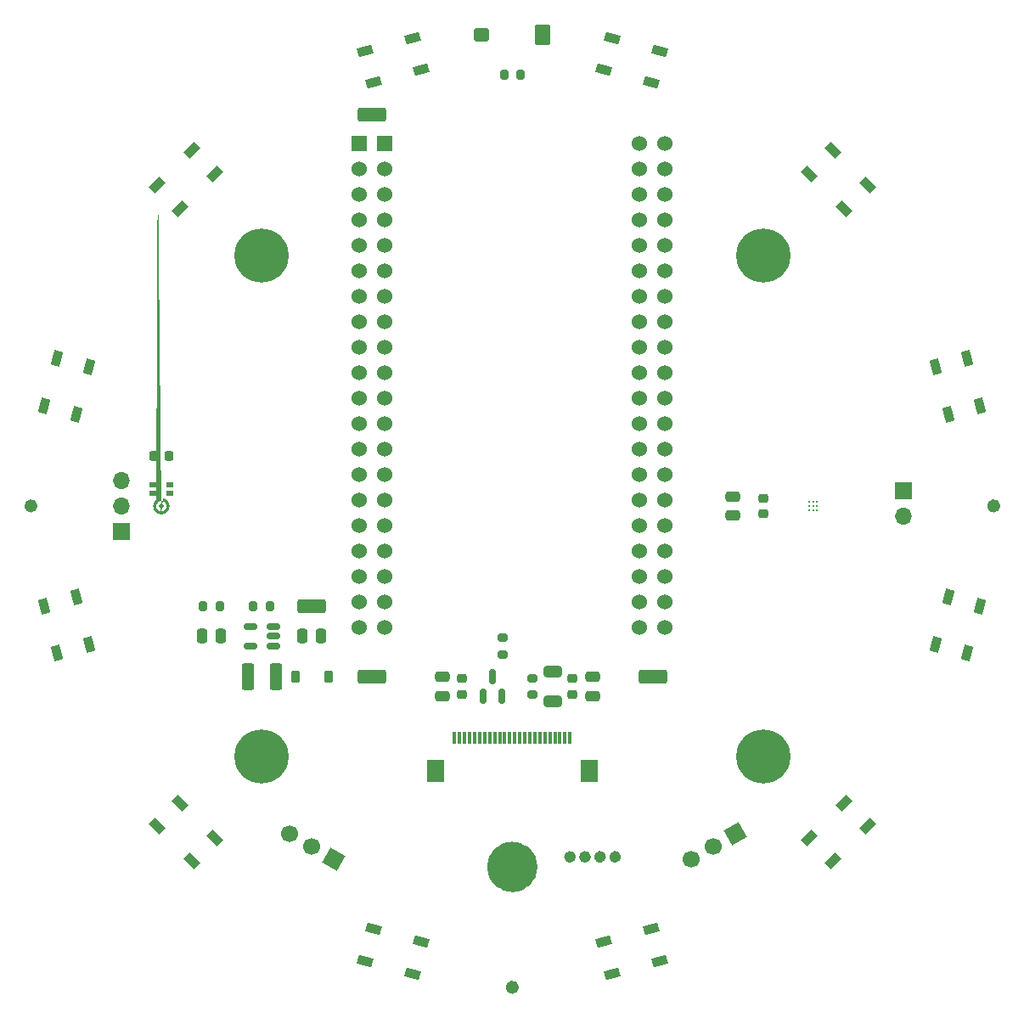
<source format=gbr>
G04 #@! TF.GenerationSoftware,KiCad,Pcbnew,7.0.4-40-g0180cb380f*
G04 #@! TF.CreationDate,2023-07-07T01:52:34-07:00*
G04 #@! TF.ProjectId,RobotOwl,526f626f-744f-4776-9c2e-6b696361645f,rev?*
G04 #@! TF.SameCoordinates,Original*
G04 #@! TF.FileFunction,Soldermask,Top*
G04 #@! TF.FilePolarity,Negative*
%FSLAX46Y46*%
G04 Gerber Fmt 4.6, Leading zero omitted, Abs format (unit mm)*
G04 Created by KiCad (PCBNEW 7.0.4-40-g0180cb380f) date 2023-07-07 01:52:34*
%MOMM*%
%LPD*%
G01*
G04 APERTURE LIST*
G04 Aperture macros list*
%AMRoundRect*
0 Rectangle with rounded corners*
0 $1 Rounding radius*
0 $2 $3 $4 $5 $6 $7 $8 $9 X,Y pos of 4 corners*
0 Add a 4 corners polygon primitive as box body*
4,1,4,$2,$3,$4,$5,$6,$7,$8,$9,$2,$3,0*
0 Add four circle primitives for the rounded corners*
1,1,$1+$1,$2,$3*
1,1,$1+$1,$4,$5*
1,1,$1+$1,$6,$7*
1,1,$1+$1,$8,$9*
0 Add four rect primitives between the rounded corners*
20,1,$1+$1,$2,$3,$4,$5,0*
20,1,$1+$1,$4,$5,$6,$7,0*
20,1,$1+$1,$6,$7,$8,$9,0*
20,1,$1+$1,$8,$9,$2,$3,0*%
%AMHorizOval*
0 Thick line with rounded ends*
0 $1 width*
0 $2 $3 position (X,Y) of the first rounded end (center of the circle)*
0 $4 $5 position (X,Y) of the second rounded end (center of the circle)*
0 Add line between two ends*
20,1,$1,$2,$3,$4,$5,0*
0 Add two circle primitives to create the rounded ends*
1,1,$1,$2,$3*
1,1,$1,$4,$5*%
%AMRotRect*
0 Rectangle, with rotation*
0 The origin of the aperture is its center*
0 $1 length*
0 $2 width*
0 $3 Rotation angle, in degrees counterclockwise*
0 Add horizontal line*
21,1,$1,$2,0,0,$3*%
%AMFreePoly0*
4,1,53,0.180798,1.454629,0.352531,1.394537,0.506585,1.297738,0.635238,1.169085,0.732037,1.015031,0.792129,0.843298,0.812500,0.662500,0.792129,0.481702,0.732037,0.309969,0.635238,0.155915,0.506585,0.027262,0.352531,-0.069537,0.180798,-0.129629,0.000000,-0.150000,-0.180798,-0.129629,-0.352531,-0.069537,-0.506585,0.027262,-0.635238,0.155915,-0.732037,0.309969,-0.792129,0.481702,
-0.812500,0.662500,-0.517770,0.662500,-0.496797,0.516627,-0.435576,0.382572,-0.339067,0.271196,-0.215089,0.191520,-0.073686,0.150000,0.073686,0.150000,0.215089,0.191520,0.339067,0.271196,0.435576,0.382572,0.496797,0.516627,0.517770,0.662500,0.496797,0.808373,0.435576,0.942428,0.339067,1.053804,0.215089,1.133480,0.073686,1.175000,-0.073686,1.175000,-0.215089,1.133480,
-0.339067,1.053804,-0.435576,0.942428,-0.496797,0.808373,-0.517770,0.662500,-0.812500,0.662500,-0.792129,0.843298,-0.732037,1.015031,-0.635238,1.169085,-0.506585,1.297738,-0.352531,1.394537,-0.180798,1.454629,0.000000,1.475000,0.180798,1.454629,0.180798,1.454629,$1*%
G04 Aperture macros list end*
%ADD10C,0.700000*%
%ADD11C,2.500000*%
%ADD12C,0.650000*%
%ADD13RotRect,1.500000X0.900000X75.000000*%
%ADD14RoundRect,0.200000X0.200000X0.275000X-0.200000X0.275000X-0.200000X-0.275000X0.200000X-0.275000X0*%
%ADD15RoundRect,0.250000X-0.375000X-1.075000X0.375000X-1.075000X0.375000X1.075000X-0.375000X1.075000X0*%
%ADD16RoundRect,0.250000X-1.175000X-0.450000X1.175000X-0.450000X1.175000X0.450000X-1.175000X0.450000X0*%
%ADD17RoundRect,0.200000X-0.275000X0.200000X-0.275000X-0.200000X0.275000X-0.200000X0.275000X0.200000X0*%
%ADD18RoundRect,0.250000X0.650000X-0.325000X0.650000X0.325000X-0.650000X0.325000X-0.650000X-0.325000X0*%
%ADD19RotRect,1.500000X0.900000X255.000000*%
%ADD20RoundRect,0.200000X-0.200000X-0.275000X0.200000X-0.275000X0.200000X0.275000X-0.200000X0.275000X0*%
%ADD21RoundRect,0.225000X0.225000X0.375000X-0.225000X0.375000X-0.225000X-0.375000X0.225000X-0.375000X0*%
%ADD22RotRect,1.700000X1.700000X300.000000*%
%ADD23HorizOval,1.700000X0.000000X0.000000X0.000000X0.000000X0*%
%ADD24RoundRect,0.250000X0.475000X-0.250000X0.475000X0.250000X-0.475000X0.250000X-0.475000X-0.250000X0*%
%ADD25RotRect,1.500000X0.900000X345.000000*%
%ADD26RoundRect,0.187500X-0.562500X-0.862500X0.562500X-0.862500X0.562500X0.862500X-0.562500X0.862500X0*%
%ADD27RoundRect,0.162500X-0.587500X-0.487500X0.587500X-0.487500X0.587500X0.487500X-0.587500X0.487500X0*%
%ADD28RoundRect,0.175000X-0.525000X-0.825000X0.525000X-0.825000X0.525000X0.825000X-0.525000X0.825000X0*%
%ADD29RoundRect,0.150000X-0.550000X-0.450000X0.550000X-0.450000X0.550000X0.450000X-0.550000X0.450000X0*%
%ADD30RotRect,1.700000X1.700000X240.000000*%
%ADD31HorizOval,1.700000X0.000000X0.000000X0.000000X0.000000X0*%
%ADD32RotRect,1.500000X0.900000X135.000000*%
%ADD33RotRect,1.500000X0.900000X15.000000*%
%ADD34R,1.524000X1.524000*%
%ADD35C,1.524000*%
%ADD36RoundRect,0.225000X0.225000X0.250000X-0.225000X0.250000X-0.225000X-0.250000X0.225000X-0.250000X0*%
%ADD37C,1.152000*%
%ADD38C,0.800000*%
%ADD39C,5.400000*%
%ADD40RotRect,1.500000X0.900000X45.000000*%
%ADD41RoundRect,0.150000X0.150000X-0.587500X0.150000X0.587500X-0.150000X0.587500X-0.150000X-0.587500X0*%
%ADD42RotRect,1.500000X0.900000X225.000000*%
%ADD43R,1.800000X2.200000*%
%ADD44R,0.300000X1.300000*%
%ADD45RotRect,1.500000X0.900000X195.000000*%
%ADD46RoundRect,0.150000X0.512500X0.150000X-0.512500X0.150000X-0.512500X-0.150000X0.512500X-0.150000X0*%
%ADD47RotRect,1.500000X0.900000X285.000000*%
%ADD48RoundRect,0.250000X0.250000X0.475000X-0.250000X0.475000X-0.250000X-0.475000X0.250000X-0.475000X0*%
%ADD49RoundRect,0.250000X-0.475000X0.250000X-0.475000X-0.250000X0.475000X-0.250000X0.475000X0.250000X0*%
%ADD50RoundRect,0.225000X-0.250000X0.225000X-0.250000X-0.225000X0.250000X-0.225000X0.250000X0.225000X0*%
%ADD51RotRect,1.500000X0.900000X105.000000*%
%ADD52C,0.250000*%
%ADD53RoundRect,0.225000X0.250000X-0.225000X0.250000X0.225000X-0.250000X0.225000X-0.250000X-0.225000X0*%
%ADD54RotRect,1.500000X0.900000X315.000000*%
%ADD55R,1.700000X1.700000*%
%ADD56O,1.700000X1.700000*%
%ADD57RotRect,1.500000X0.900000X165.000000*%
%ADD58RoundRect,0.200000X0.275000X-0.200000X0.275000X0.200000X-0.275000X0.200000X-0.275000X-0.200000X0*%
%ADD59C,0.500000*%
%ADD60R,0.725000X0.522000*%
%ADD61FreePoly0,0.000000*%
G04 APERTURE END LIST*
D10*
X156000000Y-135000000D02*
G75*
G03*
X156000000Y-135000000I-250000J0D01*
G01*
X157500000Y-135000000D02*
G75*
G03*
X157500000Y-135000000I-250000J0D01*
G01*
X159000000Y-135000000D02*
G75*
G03*
X159000000Y-135000000I-250000J0D01*
G01*
X160500000Y-135000000D02*
G75*
G03*
X160500000Y-135000000I-250000J0D01*
G01*
D11*
X151250000Y-136000000D02*
G75*
G03*
X151250000Y-136000000I-1250000J0D01*
G01*
D12*
X198325000Y-100000000D02*
G75*
G03*
X198325000Y-100000000I-325000J0D01*
G01*
X150325000Y-148000000D02*
G75*
G03*
X150325000Y-148000000I-325000J0D01*
G01*
X102325000Y-100000000D02*
G75*
G03*
X102325000Y-100000000I-325000J0D01*
G01*
D13*
X192205116Y-113845467D03*
X195392671Y-114699570D03*
X196660884Y-109966533D03*
X193473329Y-109112430D03*
D14*
X125825000Y-110000000D03*
X124175000Y-110000000D03*
X120825000Y-110000000D03*
X119175000Y-110000000D03*
D15*
X123600000Y-117000000D03*
X126400000Y-117000000D03*
D16*
X130000000Y-110000000D03*
D17*
X149000000Y-113175000D03*
X149000000Y-114825000D03*
D18*
X154000000Y-119475000D03*
X154000000Y-116525000D03*
D19*
X107794884Y-86154533D03*
X104607329Y-85300430D03*
X103339116Y-90033467D03*
X106526671Y-90887570D03*
D20*
X149175000Y-57000000D03*
X150825000Y-57000000D03*
D21*
X131650000Y-117000000D03*
X128350000Y-117000000D03*
D22*
X172199705Y-132730000D03*
D23*
X170000000Y-134000000D03*
X167800296Y-135270000D03*
D24*
X143000000Y-117050000D03*
X143000000Y-118950000D03*
D25*
X136154533Y-142205116D03*
X135300430Y-145392671D03*
X140033467Y-146660884D03*
X140887570Y-143473329D03*
D26*
X153050000Y-53000000D03*
D27*
X146950000Y-53000000D03*
D28*
X153050000Y-53000000D03*
D29*
X146950000Y-53000000D03*
D16*
X164000000Y-117000000D03*
D30*
X132199705Y-135270000D03*
D31*
X130000000Y-134000000D03*
X127800296Y-132730000D03*
D32*
X183092685Y-70372138D03*
X185426138Y-68038685D03*
X181961315Y-64573862D03*
X179627862Y-66907315D03*
D33*
X159112430Y-143473329D03*
X159966533Y-146660884D03*
X164699570Y-145392671D03*
X163845467Y-142205116D03*
D34*
X134760000Y-63902500D03*
X137300000Y-63902500D03*
D35*
X134760000Y-66442500D03*
X137300000Y-66442500D03*
X134760000Y-68982500D03*
X137300000Y-68982500D03*
X134760000Y-71522500D03*
X137300000Y-71522500D03*
X134760000Y-74062500D03*
X137300000Y-74062500D03*
X134760000Y-76602500D03*
X137300000Y-76602500D03*
X134760000Y-79142500D03*
X137300000Y-79142500D03*
X134760000Y-81682500D03*
X137300000Y-81682500D03*
X134760000Y-84222500D03*
X137300000Y-84222500D03*
X134760000Y-86762500D03*
X137300000Y-86762500D03*
X134760000Y-89302500D03*
X137300000Y-89302500D03*
X134760000Y-91842500D03*
X137300000Y-91842500D03*
X134760000Y-94382500D03*
X137300000Y-94382500D03*
X134760000Y-96922500D03*
X137300000Y-96922500D03*
X134760000Y-99462500D03*
X137300000Y-99462500D03*
X134760000Y-102002500D03*
X137300000Y-102002500D03*
X134760000Y-104542500D03*
X137300000Y-104542500D03*
X134760000Y-107082500D03*
X137300000Y-107082500D03*
X134760000Y-109622500D03*
X137300000Y-109622500D03*
X134760000Y-112162500D03*
X137300000Y-112162500D03*
X162700000Y-112162500D03*
X165240000Y-112162500D03*
X162700000Y-109622500D03*
X165240000Y-109622500D03*
X162700000Y-107082500D03*
X165240000Y-107082500D03*
X162700000Y-104542500D03*
X165240000Y-104542500D03*
X162700000Y-102002500D03*
X165240000Y-102002500D03*
X162700000Y-99462500D03*
X165240000Y-99462500D03*
X162700000Y-96922500D03*
X165240000Y-96922500D03*
X162700000Y-94382500D03*
X165240000Y-94382500D03*
X162700000Y-91842500D03*
X165240000Y-91842500D03*
X162700000Y-89302500D03*
X165240000Y-89302500D03*
X162700000Y-86762500D03*
X165240000Y-86762500D03*
X162700000Y-84222500D03*
X165240000Y-84222500D03*
X162700000Y-81682500D03*
X165240000Y-81682500D03*
X162700000Y-79142500D03*
X165240000Y-79142500D03*
X162700000Y-76602500D03*
X165240000Y-76602500D03*
X162700000Y-74062500D03*
X165240000Y-74062500D03*
X162700000Y-71522500D03*
X165240000Y-71522500D03*
X162700000Y-68982500D03*
X165240000Y-68982500D03*
X162700000Y-66442500D03*
X165240000Y-66442500D03*
X162700000Y-63902500D03*
X165240000Y-63902500D03*
D36*
X115775000Y-95000000D03*
X114225000Y-95000000D03*
D37*
X198000000Y-100000000D03*
D38*
X122975000Y-125000000D03*
X123568109Y-123568109D03*
X123568109Y-126431891D03*
X125000000Y-122975000D03*
D39*
X125000000Y-125000000D03*
D38*
X125000000Y-127025000D03*
X126431891Y-123568109D03*
X126431891Y-126431891D03*
X127025000Y-125000000D03*
D37*
X150000000Y-148000000D03*
D40*
X179627862Y-133092685D03*
X181961315Y-135426138D03*
X185426138Y-131961315D03*
X183092685Y-129627862D03*
D41*
X147050000Y-118937500D03*
X148950000Y-118937500D03*
X148000000Y-117062500D03*
D42*
X120372138Y-66907315D03*
X118038685Y-64573862D03*
X114573862Y-68038685D03*
X116907315Y-70372138D03*
D38*
X122975000Y-75000000D03*
X123568109Y-73568109D03*
X123568109Y-76431891D03*
X125000000Y-72975000D03*
D39*
X125000000Y-75000000D03*
D38*
X125000000Y-77025000D03*
X126431891Y-73568109D03*
X126431891Y-76431891D03*
X127025000Y-75000000D03*
D43*
X157650000Y-126400000D03*
X142350000Y-126400000D03*
D44*
X155750000Y-123150000D03*
X155250000Y-123150000D03*
X154750000Y-123150000D03*
X154250000Y-123150000D03*
X153750000Y-123150000D03*
X153250000Y-123150000D03*
X152750000Y-123150000D03*
X152250000Y-123150000D03*
X151750000Y-123150000D03*
X151250000Y-123150000D03*
X150750000Y-123150000D03*
X150250000Y-123150000D03*
X149750000Y-123150000D03*
X149250000Y-123150000D03*
X148750000Y-123150000D03*
X148250000Y-123150000D03*
X147750000Y-123150000D03*
X147250000Y-123150000D03*
X146750000Y-123150000D03*
X146250000Y-123150000D03*
X145750000Y-123150000D03*
X145250000Y-123150000D03*
X144750000Y-123150000D03*
X144250000Y-123150000D03*
D45*
X140887570Y-56526671D03*
X140033467Y-53339116D03*
X135300430Y-54607329D03*
X136154533Y-57794884D03*
D46*
X126137500Y-113950000D03*
X126137500Y-113000000D03*
X126137500Y-112050000D03*
X123862500Y-112050000D03*
X123862500Y-113950000D03*
D47*
X106526671Y-109112430D03*
X103339116Y-109966533D03*
X104607329Y-114699570D03*
X107794884Y-113845467D03*
D48*
X120950000Y-113000000D03*
X119050000Y-113000000D03*
D49*
X172000000Y-99050000D03*
X172000000Y-100950000D03*
D48*
X130950000Y-113000000D03*
X129050000Y-113000000D03*
D50*
X175000000Y-99225000D03*
X175000000Y-100775000D03*
D51*
X193473329Y-90887570D03*
X196660884Y-90033467D03*
X195392671Y-85300430D03*
X192205116Y-86154533D03*
D52*
X179600000Y-99600000D03*
X180000000Y-99600000D03*
X180400000Y-99600000D03*
X179600000Y-100000000D03*
X180000000Y-100000000D03*
X180400000Y-100000000D03*
X179600000Y-100400000D03*
X180000000Y-100400000D03*
X180400000Y-100400000D03*
D53*
X156000000Y-118775000D03*
X156000000Y-117225000D03*
D54*
X116907315Y-129627862D03*
X114573862Y-131961315D03*
X118038685Y-135426138D03*
X120372138Y-133092685D03*
D53*
X145000000Y-118775000D03*
X145000000Y-117225000D03*
D38*
X172975000Y-125000000D03*
X173568109Y-123568109D03*
X173568109Y-126431891D03*
X175000000Y-122975000D03*
D39*
X175000000Y-125000000D03*
D38*
X175000000Y-127025000D03*
X176431891Y-123568109D03*
X176431891Y-126431891D03*
X177025000Y-125000000D03*
D16*
X136000000Y-61000000D03*
D55*
X111000000Y-102540000D03*
D56*
X111000000Y-100000000D03*
X111000000Y-97460000D03*
D57*
X163845467Y-57794884D03*
X164699570Y-54607329D03*
X159966533Y-53339116D03*
X159112430Y-56526671D03*
D24*
X158000000Y-118950000D03*
X158000000Y-117050000D03*
D55*
X189000000Y-98460000D03*
D56*
X189000000Y-101000000D03*
D58*
X152000000Y-118825000D03*
X152000000Y-117175000D03*
D38*
X172975000Y-75000000D03*
X173568109Y-73568109D03*
X173568109Y-76431891D03*
X175000000Y-72975000D03*
D39*
X175000000Y-75000000D03*
D38*
X175000000Y-77025000D03*
X176431891Y-73568109D03*
X176431891Y-76431891D03*
X177025000Y-75000000D03*
D16*
X136000000Y-117000000D03*
D59*
X115000000Y-100000000D03*
D60*
X114162500Y-97926000D03*
X114162500Y-98748000D03*
D61*
X115000000Y-100662500D03*
D60*
X115837500Y-98748000D03*
X115837500Y-97926000D03*
D37*
X102000000Y-100000000D03*
M02*

</source>
